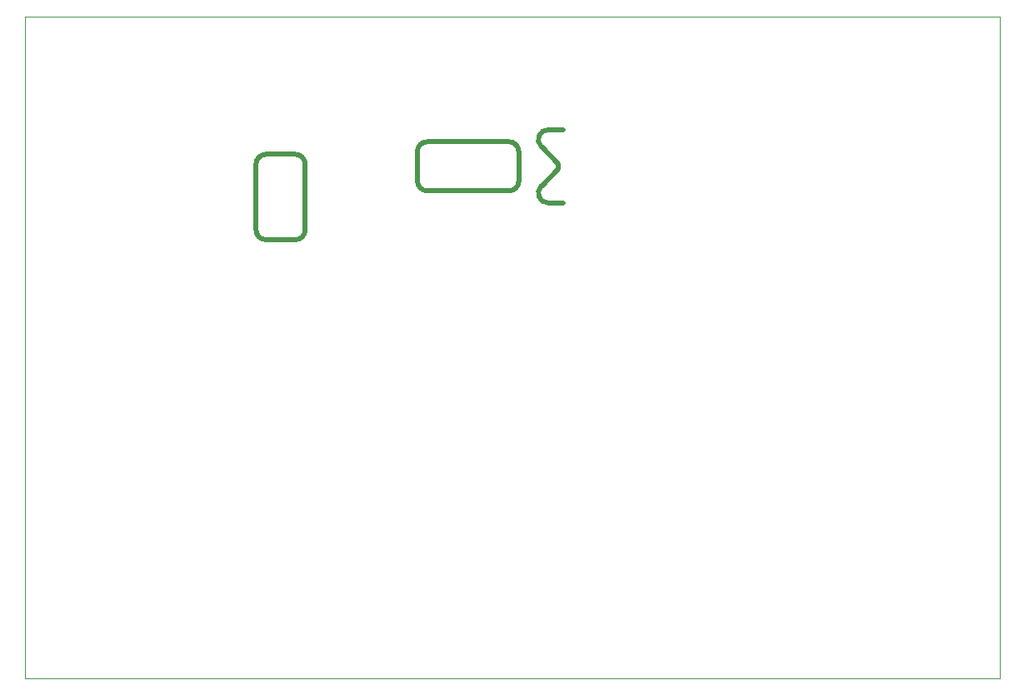
<source format=gbr>
%TF.GenerationSoftware,KiCad,Pcbnew,8.0.2*%
%TF.CreationDate,2024-05-17T23:09:10+02:00*%
%TF.ProjectId,pcb,7063622e-6b69-4636-9164-5f7063625858,rev?*%
%TF.SameCoordinates,Original*%
%TF.FileFunction,Profile,NP*%
%FSLAX46Y46*%
G04 Gerber Fmt 4.6, Leading zero omitted, Abs format (unit mm)*
G04 Created by KiCad (PCBNEW 8.0.2) date 2024-05-17 23:09:10*
%MOMM*%
%LPD*%
G01*
G04 APERTURE LIST*
%TA.AperFunction,Profile*%
%ADD10C,0.050000*%
%TD*%
%TA.AperFunction,Profile*%
%ADD11C,0.500000*%
%TD*%
G04 APERTURE END LIST*
D10*
X38100000Y-29210000D02*
X137160000Y-29210000D01*
X137160000Y-96520000D01*
X38100000Y-96520000D01*
X38100000Y-29210000D01*
D11*
%TO.C,U1*%
X91299213Y-48175000D02*
G75*
G02*
X90592106Y-46467893I-69J999972D01*
G01*
X90592106Y-42432107D02*
G75*
G02*
X91299213Y-40725000I706998J707152D01*
G01*
X88310000Y-45950000D02*
G75*
G02*
X87310000Y-46950000I-1000000J0D01*
G01*
X87310000Y-41950000D02*
G75*
G02*
X88310000Y-42950000I38J-999962D01*
G01*
X79010000Y-46950000D02*
G75*
G02*
X78010000Y-45950000I40J1000040D01*
G01*
X78010000Y-42950000D02*
G75*
G02*
X79010000Y-41950000I999989J11D01*
G01*
X66610000Y-50914100D02*
G75*
G02*
X65610000Y-51914100I-1000000J0D01*
G01*
X65610000Y-43234100D02*
G75*
G02*
X66610000Y-44234100I1J-999999D01*
G01*
X62610000Y-51914100D02*
G75*
G02*
X61610000Y-50914100I0J1000000D01*
G01*
X61610000Y-44234100D02*
G75*
G02*
X62610000Y-43234100I999999J1D01*
G01*
X92352462Y-44707537D02*
X92352462Y-44192463D01*
X91299213Y-48175000D02*
X92810000Y-48175000D01*
X91299213Y-40725000D02*
X92810000Y-40725000D01*
X90592106Y-46467893D02*
X92352462Y-44707537D01*
X90592106Y-42432107D02*
X92352462Y-44192463D01*
X88310000Y-45950000D02*
X88310000Y-42950000D01*
X87310000Y-41950000D02*
X79010000Y-41950000D01*
X79010000Y-46950000D02*
X87310000Y-46950000D01*
X78010000Y-45950000D02*
X78010000Y-42950000D01*
X66610000Y-50914100D02*
X66610000Y-44234100D01*
X65610000Y-51914100D02*
X62610000Y-51914100D01*
X62610000Y-43234100D02*
X65610000Y-43234100D01*
X61610000Y-44234100D02*
X61610000Y-50914100D01*
%TD*%
M02*

</source>
